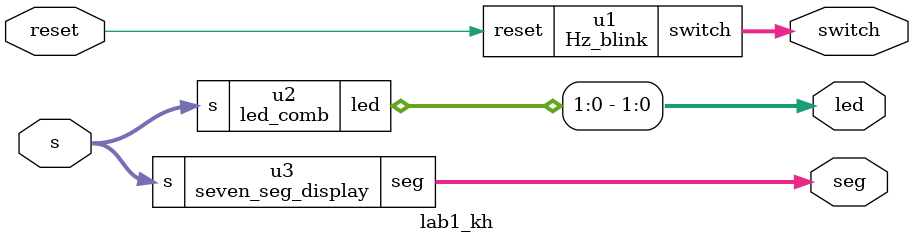
<source format=sv>

module Hz_blink(input logic reset, output logic [1:0] switch);
	logic int_osc;
	logic [24:0] counter;
	logic first;
	
	// Internal high-speed oscillator
    HSOSC #(.CLKHF_DIV(2'b01)) 
          hf_osc (.CLKHFPU(1'b1), .CLKHFEN(1'b1), .CLKHF(int_osc));
	
	always_ff @(posedge int_osc) begin
	  if(reset == 0 || !first) begin
		  switch <= 2'b01;
		  counter <= 0;
		  first <= 1;
		 end
		 
	  if(counter >= 10_000_000) begin 
		      counter <= 0;
		      switch <= ~switch;
	  end
	  
	  else    counter <= counter + 25'd1;
	end
endmodule

module led_comb(input logic [3:0] s,
			   output logic [1:0] led);

	always_comb
	  case(s[1:0])
		  2'd0: led[0] = 0;
		  2'd1: led[0] = 1;
		  2'd2: led[0] = 1;
		  2'd3: led[0] = 0;
	endcase
	
	always_comb
	  case(s[3:2])
		  2'd0: led[1] = 0;
		  2'd1: led[1] = 0;
		  2'd2: led[1] = 0;
		  2'd3: led[1] = 1;
	endcase
			   
endmodule

module seven_seg_display(input logic [3:0] s,
						 //input logic [1:0] switch,
						 output logic [6:0] seg); 
	always_comb
	  case(s)
		  //		 	     abc defg
		4'h0:		seg = 7'b000_0001;
		4'h1:		seg = 7'b100_1111;
		4'h2:		seg = 7'b001_0010;
		4'h3:		seg = 7'b000_0110;
		4'h4:		seg = 7'b100_1100;
		4'h5:		seg = 7'b010_0100;
		4'h6:		seg = 7'b010_0000;
		4'h7:		seg = 7'b000_1111;
		4'h8:		seg = 7'b000_0000;
		4'h9:		seg = 7'b000_1100;
		4'hA:		seg = 7'b000_1000;
		4'hB:		seg = 7'b110_0000;
		4'hC:		seg = 7'b011_0001;
		4'hD:		seg = 7'b100_0010;
		4'hE:		seg = 7'b011_0000;
		4'hF:		seg = 7'b011_1000;
		default: 	seg = 7'b111_1111;
	endcase
endmodule

module lab1_kh(input logic reset,
			   input logic [3:0] s,
			   output logic [2:0] led,
			   output logic [1:0] switch,
			   output logic [6:0] seg);

	
	Hz_blink u1 (
		.reset(reset),
		.switch(switch[1:0]) // switch alternates between 01 and 10
	);
	
	led_comb u2 (
		.s(s),
		.led(led[1:0])
	);
	
	seven_seg_display u3 (
		.s(s),
		.seg(seg)
		//,
		//.switch(switch)
	);
	
	
	
	
endmodule
</source>
